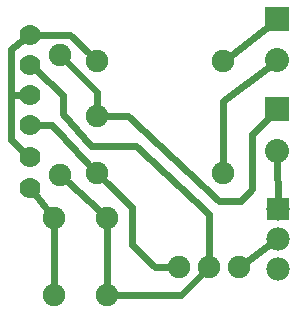
<source format=gtl>
G04 MADE WITH FRITZING*
G04 WWW.FRITZING.ORG*
G04 DOUBLE SIDED*
G04 HOLES PLATED*
G04 CONTOUR ON CENTER OF CONTOUR VECTOR*
%ASAXBY*%
%FSLAX23Y23*%
%MOIN*%
%OFA0B0*%
%SFA1.0B1.0*%
%ADD10C,0.078000*%
%ADD11C,0.075000*%
%ADD12C,0.070000*%
%ADD13C,0.080000*%
%ADD14C,0.075118*%
%ADD15C,0.074803*%
%ADD16R,0.078000X0.078000*%
%ADD17R,0.080000X0.080000*%
%ADD18C,0.024000*%
%LNCOPPER1*%
G90*
G70*
G54D10*
X934Y336D03*
X934Y236D03*
X934Y136D03*
G54D11*
X210Y447D03*
X210Y847D03*
X604Y142D03*
X704Y142D03*
X804Y142D03*
G54D12*
X110Y406D03*
X110Y507D03*
X110Y816D03*
X110Y916D03*
X110Y616D03*
X110Y716D03*
G54D11*
X366Y303D03*
X366Y47D03*
X189Y303D03*
X189Y47D03*
G54D13*
X933Y968D03*
X933Y830D03*
X933Y667D03*
X933Y529D03*
G54D14*
X753Y828D03*
X332Y828D03*
X332Y454D03*
X753Y454D03*
X753Y828D03*
X332Y828D03*
X332Y454D03*
X753Y454D03*
G54D15*
X331Y644D03*
G54D16*
X934Y336D03*
G54D17*
X933Y968D03*
X933Y667D03*
G54D18*
X189Y275D02*
X189Y76D01*
D02*
X366Y275D02*
X366Y76D01*
D02*
X611Y47D02*
X395Y47D01*
D02*
X684Y122D02*
X611Y47D01*
D02*
X311Y546D02*
X463Y546D01*
D02*
X704Y318D02*
X704Y171D01*
D02*
X463Y546D02*
X704Y318D01*
D02*
X217Y650D02*
X311Y546D01*
D02*
X217Y714D02*
X217Y650D01*
D02*
X129Y798D02*
X217Y714D01*
D02*
X331Y724D02*
X230Y827D01*
D02*
X331Y682D02*
X331Y724D01*
D02*
X243Y916D02*
X305Y855D01*
D02*
X136Y916D02*
X243Y916D01*
D02*
X44Y715D02*
X84Y716D01*
D02*
X44Y867D02*
X44Y715D01*
D02*
X89Y901D02*
X44Y867D01*
D02*
X44Y565D02*
X90Y524D01*
D02*
X44Y715D02*
X44Y565D01*
D02*
X84Y716D02*
X44Y715D01*
D02*
X525Y142D02*
X575Y142D01*
D02*
X448Y214D02*
X525Y142D01*
D02*
X448Y341D02*
X448Y214D01*
D02*
X360Y427D02*
X448Y341D01*
D02*
X908Y949D02*
X784Y852D01*
D02*
X753Y695D02*
X753Y493D01*
D02*
X908Y811D02*
X753Y695D01*
D02*
X934Y366D02*
X933Y498D01*
D02*
X909Y219D02*
X827Y159D01*
D02*
X172Y326D02*
X126Y386D01*
D02*
X345Y323D02*
X231Y428D01*
D02*
X182Y616D02*
X306Y482D01*
D02*
X136Y616D02*
X182Y616D01*
D02*
X435Y644D02*
X737Y361D01*
D02*
X737Y361D02*
X811Y361D01*
D02*
X369Y644D02*
X435Y644D01*
D02*
X811Y361D02*
X848Y400D01*
D02*
X848Y400D02*
X848Y585D01*
D02*
X848Y585D02*
X911Y645D01*
G04 End of Copper1*
M02*
</source>
